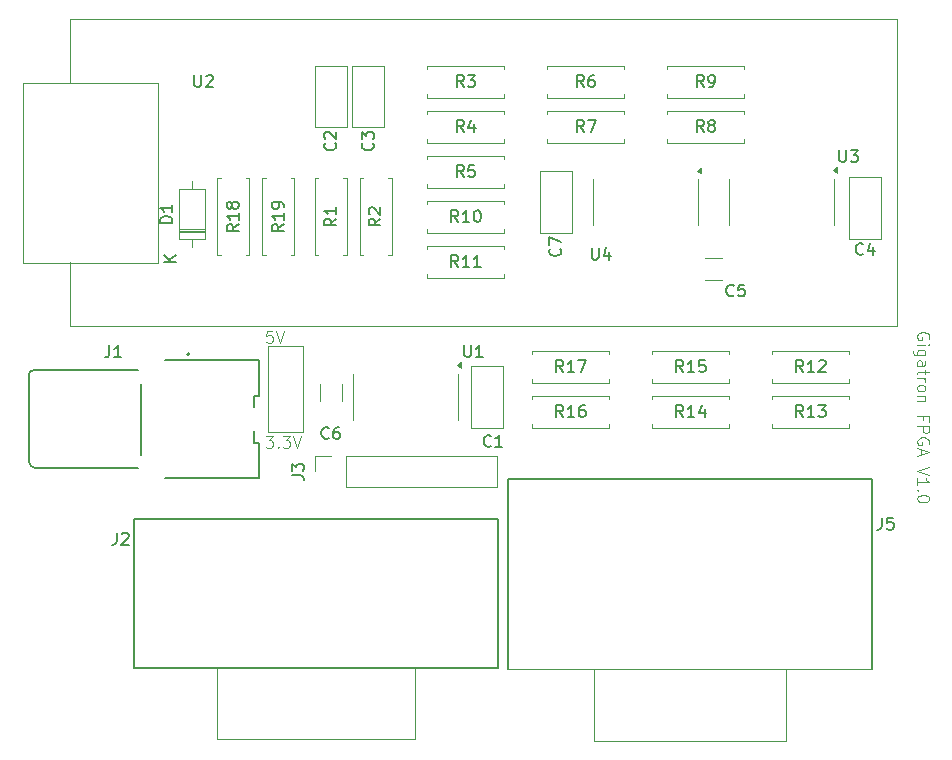
<source format=gbr>
%TF.GenerationSoftware,KiCad,Pcbnew,8.0.2*%
%TF.CreationDate,2024-05-19T15:43:29+02:00*%
%TF.ProjectId,schematic,73636865-6d61-4746-9963-2e6b69636164,rev?*%
%TF.SameCoordinates,Original*%
%TF.FileFunction,Legend,Top*%
%TF.FilePolarity,Positive*%
%FSLAX46Y46*%
G04 Gerber Fmt 4.6, Leading zero omitted, Abs format (unit mm)*
G04 Created by KiCad (PCBNEW 8.0.2) date 2024-05-19 15:43:29*
%MOMM*%
%LPD*%
G01*
G04 APERTURE LIST*
%ADD10C,0.100000*%
%ADD11C,0.150000*%
%ADD12C,0.120000*%
%ADD13C,0.127000*%
%ADD14C,0.200000*%
G04 APERTURE END LIST*
D10*
X122763646Y-127777419D02*
X123382693Y-127777419D01*
X123382693Y-127777419D02*
X123049360Y-128158371D01*
X123049360Y-128158371D02*
X123192217Y-128158371D01*
X123192217Y-128158371D02*
X123287455Y-128205990D01*
X123287455Y-128205990D02*
X123335074Y-128253609D01*
X123335074Y-128253609D02*
X123382693Y-128348847D01*
X123382693Y-128348847D02*
X123382693Y-128586942D01*
X123382693Y-128586942D02*
X123335074Y-128682180D01*
X123335074Y-128682180D02*
X123287455Y-128729800D01*
X123287455Y-128729800D02*
X123192217Y-128777419D01*
X123192217Y-128777419D02*
X122906503Y-128777419D01*
X122906503Y-128777419D02*
X122811265Y-128729800D01*
X122811265Y-128729800D02*
X122763646Y-128682180D01*
X123811265Y-128682180D02*
X123858884Y-128729800D01*
X123858884Y-128729800D02*
X123811265Y-128777419D01*
X123811265Y-128777419D02*
X123763646Y-128729800D01*
X123763646Y-128729800D02*
X123811265Y-128682180D01*
X123811265Y-128682180D02*
X123811265Y-128777419D01*
X124192217Y-127777419D02*
X124811264Y-127777419D01*
X124811264Y-127777419D02*
X124477931Y-128158371D01*
X124477931Y-128158371D02*
X124620788Y-128158371D01*
X124620788Y-128158371D02*
X124716026Y-128205990D01*
X124716026Y-128205990D02*
X124763645Y-128253609D01*
X124763645Y-128253609D02*
X124811264Y-128348847D01*
X124811264Y-128348847D02*
X124811264Y-128586942D01*
X124811264Y-128586942D02*
X124763645Y-128682180D01*
X124763645Y-128682180D02*
X124716026Y-128729800D01*
X124716026Y-128729800D02*
X124620788Y-128777419D01*
X124620788Y-128777419D02*
X124335074Y-128777419D01*
X124335074Y-128777419D02*
X124239836Y-128729800D01*
X124239836Y-128729800D02*
X124192217Y-128682180D01*
X125096979Y-127777419D02*
X125430312Y-128777419D01*
X125430312Y-128777419D02*
X125763645Y-127777419D01*
X178879961Y-119572693D02*
X178927580Y-119477455D01*
X178927580Y-119477455D02*
X178927580Y-119334598D01*
X178927580Y-119334598D02*
X178879961Y-119191741D01*
X178879961Y-119191741D02*
X178784723Y-119096503D01*
X178784723Y-119096503D02*
X178689485Y-119048884D01*
X178689485Y-119048884D02*
X178499009Y-119001265D01*
X178499009Y-119001265D02*
X178356152Y-119001265D01*
X178356152Y-119001265D02*
X178165676Y-119048884D01*
X178165676Y-119048884D02*
X178070438Y-119096503D01*
X178070438Y-119096503D02*
X177975200Y-119191741D01*
X177975200Y-119191741D02*
X177927580Y-119334598D01*
X177927580Y-119334598D02*
X177927580Y-119429836D01*
X177927580Y-119429836D02*
X177975200Y-119572693D01*
X177975200Y-119572693D02*
X178022819Y-119620312D01*
X178022819Y-119620312D02*
X178356152Y-119620312D01*
X178356152Y-119620312D02*
X178356152Y-119429836D01*
X177927580Y-120048884D02*
X178594247Y-120048884D01*
X178927580Y-120048884D02*
X178879961Y-120001265D01*
X178879961Y-120001265D02*
X178832342Y-120048884D01*
X178832342Y-120048884D02*
X178879961Y-120096503D01*
X178879961Y-120096503D02*
X178927580Y-120048884D01*
X178927580Y-120048884D02*
X178832342Y-120048884D01*
X178594247Y-120953645D02*
X177784723Y-120953645D01*
X177784723Y-120953645D02*
X177689485Y-120906026D01*
X177689485Y-120906026D02*
X177641866Y-120858407D01*
X177641866Y-120858407D02*
X177594247Y-120763169D01*
X177594247Y-120763169D02*
X177594247Y-120620312D01*
X177594247Y-120620312D02*
X177641866Y-120525074D01*
X177975200Y-120953645D02*
X177927580Y-120858407D01*
X177927580Y-120858407D02*
X177927580Y-120667931D01*
X177927580Y-120667931D02*
X177975200Y-120572693D01*
X177975200Y-120572693D02*
X178022819Y-120525074D01*
X178022819Y-120525074D02*
X178118057Y-120477455D01*
X178118057Y-120477455D02*
X178403771Y-120477455D01*
X178403771Y-120477455D02*
X178499009Y-120525074D01*
X178499009Y-120525074D02*
X178546628Y-120572693D01*
X178546628Y-120572693D02*
X178594247Y-120667931D01*
X178594247Y-120667931D02*
X178594247Y-120858407D01*
X178594247Y-120858407D02*
X178546628Y-120953645D01*
X177927580Y-121858407D02*
X178451390Y-121858407D01*
X178451390Y-121858407D02*
X178546628Y-121810788D01*
X178546628Y-121810788D02*
X178594247Y-121715550D01*
X178594247Y-121715550D02*
X178594247Y-121525074D01*
X178594247Y-121525074D02*
X178546628Y-121429836D01*
X177975200Y-121858407D02*
X177927580Y-121763169D01*
X177927580Y-121763169D02*
X177927580Y-121525074D01*
X177927580Y-121525074D02*
X177975200Y-121429836D01*
X177975200Y-121429836D02*
X178070438Y-121382217D01*
X178070438Y-121382217D02*
X178165676Y-121382217D01*
X178165676Y-121382217D02*
X178260914Y-121429836D01*
X178260914Y-121429836D02*
X178308533Y-121525074D01*
X178308533Y-121525074D02*
X178308533Y-121763169D01*
X178308533Y-121763169D02*
X178356152Y-121858407D01*
X178594247Y-122191741D02*
X178594247Y-122572693D01*
X178927580Y-122334598D02*
X178070438Y-122334598D01*
X178070438Y-122334598D02*
X177975200Y-122382217D01*
X177975200Y-122382217D02*
X177927580Y-122477455D01*
X177927580Y-122477455D02*
X177927580Y-122572693D01*
X177927580Y-122906027D02*
X178594247Y-122906027D01*
X178403771Y-122906027D02*
X178499009Y-122953646D01*
X178499009Y-122953646D02*
X178546628Y-123001265D01*
X178546628Y-123001265D02*
X178594247Y-123096503D01*
X178594247Y-123096503D02*
X178594247Y-123191741D01*
X177927580Y-123667932D02*
X177975200Y-123572694D01*
X177975200Y-123572694D02*
X178022819Y-123525075D01*
X178022819Y-123525075D02*
X178118057Y-123477456D01*
X178118057Y-123477456D02*
X178403771Y-123477456D01*
X178403771Y-123477456D02*
X178499009Y-123525075D01*
X178499009Y-123525075D02*
X178546628Y-123572694D01*
X178546628Y-123572694D02*
X178594247Y-123667932D01*
X178594247Y-123667932D02*
X178594247Y-123810789D01*
X178594247Y-123810789D02*
X178546628Y-123906027D01*
X178546628Y-123906027D02*
X178499009Y-123953646D01*
X178499009Y-123953646D02*
X178403771Y-124001265D01*
X178403771Y-124001265D02*
X178118057Y-124001265D01*
X178118057Y-124001265D02*
X178022819Y-123953646D01*
X178022819Y-123953646D02*
X177975200Y-123906027D01*
X177975200Y-123906027D02*
X177927580Y-123810789D01*
X177927580Y-123810789D02*
X177927580Y-123667932D01*
X178594247Y-124429837D02*
X177927580Y-124429837D01*
X178499009Y-124429837D02*
X178546628Y-124477456D01*
X178546628Y-124477456D02*
X178594247Y-124572694D01*
X178594247Y-124572694D02*
X178594247Y-124715551D01*
X178594247Y-124715551D02*
X178546628Y-124810789D01*
X178546628Y-124810789D02*
X178451390Y-124858408D01*
X178451390Y-124858408D02*
X177927580Y-124858408D01*
X178451390Y-126429837D02*
X178451390Y-126096504D01*
X177927580Y-126096504D02*
X178927580Y-126096504D01*
X178927580Y-126096504D02*
X178927580Y-126572694D01*
X177927580Y-126953647D02*
X178927580Y-126953647D01*
X178927580Y-126953647D02*
X178927580Y-127334599D01*
X178927580Y-127334599D02*
X178879961Y-127429837D01*
X178879961Y-127429837D02*
X178832342Y-127477456D01*
X178832342Y-127477456D02*
X178737104Y-127525075D01*
X178737104Y-127525075D02*
X178594247Y-127525075D01*
X178594247Y-127525075D02*
X178499009Y-127477456D01*
X178499009Y-127477456D02*
X178451390Y-127429837D01*
X178451390Y-127429837D02*
X178403771Y-127334599D01*
X178403771Y-127334599D02*
X178403771Y-126953647D01*
X178879961Y-128477456D02*
X178927580Y-128382218D01*
X178927580Y-128382218D02*
X178927580Y-128239361D01*
X178927580Y-128239361D02*
X178879961Y-128096504D01*
X178879961Y-128096504D02*
X178784723Y-128001266D01*
X178784723Y-128001266D02*
X178689485Y-127953647D01*
X178689485Y-127953647D02*
X178499009Y-127906028D01*
X178499009Y-127906028D02*
X178356152Y-127906028D01*
X178356152Y-127906028D02*
X178165676Y-127953647D01*
X178165676Y-127953647D02*
X178070438Y-128001266D01*
X178070438Y-128001266D02*
X177975200Y-128096504D01*
X177975200Y-128096504D02*
X177927580Y-128239361D01*
X177927580Y-128239361D02*
X177927580Y-128334599D01*
X177927580Y-128334599D02*
X177975200Y-128477456D01*
X177975200Y-128477456D02*
X178022819Y-128525075D01*
X178022819Y-128525075D02*
X178356152Y-128525075D01*
X178356152Y-128525075D02*
X178356152Y-128334599D01*
X178213295Y-128906028D02*
X178213295Y-129382218D01*
X177927580Y-128810790D02*
X178927580Y-129144123D01*
X178927580Y-129144123D02*
X177927580Y-129477456D01*
X178927580Y-130429838D02*
X177927580Y-130763171D01*
X177927580Y-130763171D02*
X178927580Y-131096504D01*
X177927580Y-131953647D02*
X177927580Y-131382219D01*
X177927580Y-131667933D02*
X178927580Y-131667933D01*
X178927580Y-131667933D02*
X178784723Y-131572695D01*
X178784723Y-131572695D02*
X178689485Y-131477457D01*
X178689485Y-131477457D02*
X178641866Y-131382219D01*
X178022819Y-132382219D02*
X177975200Y-132429838D01*
X177975200Y-132429838D02*
X177927580Y-132382219D01*
X177927580Y-132382219D02*
X177975200Y-132334600D01*
X177975200Y-132334600D02*
X178022819Y-132382219D01*
X178022819Y-132382219D02*
X177927580Y-132382219D01*
X178927580Y-133048885D02*
X178927580Y-133144123D01*
X178927580Y-133144123D02*
X178879961Y-133239361D01*
X178879961Y-133239361D02*
X178832342Y-133286980D01*
X178832342Y-133286980D02*
X178737104Y-133334599D01*
X178737104Y-133334599D02*
X178546628Y-133382218D01*
X178546628Y-133382218D02*
X178308533Y-133382218D01*
X178308533Y-133382218D02*
X178118057Y-133334599D01*
X178118057Y-133334599D02*
X178022819Y-133286980D01*
X178022819Y-133286980D02*
X177975200Y-133239361D01*
X177975200Y-133239361D02*
X177927580Y-133144123D01*
X177927580Y-133144123D02*
X177927580Y-133048885D01*
X177927580Y-133048885D02*
X177975200Y-132953647D01*
X177975200Y-132953647D02*
X178022819Y-132906028D01*
X178022819Y-132906028D02*
X178118057Y-132858409D01*
X178118057Y-132858409D02*
X178308533Y-132810790D01*
X178308533Y-132810790D02*
X178546628Y-132810790D01*
X178546628Y-132810790D02*
X178737104Y-132858409D01*
X178737104Y-132858409D02*
X178832342Y-132906028D01*
X178832342Y-132906028D02*
X178879961Y-132953647D01*
X178879961Y-132953647D02*
X178927580Y-133048885D01*
X123335074Y-118887419D02*
X122858884Y-118887419D01*
X122858884Y-118887419D02*
X122811265Y-119363609D01*
X122811265Y-119363609D02*
X122858884Y-119315990D01*
X122858884Y-119315990D02*
X122954122Y-119268371D01*
X122954122Y-119268371D02*
X123192217Y-119268371D01*
X123192217Y-119268371D02*
X123287455Y-119315990D01*
X123287455Y-119315990D02*
X123335074Y-119363609D01*
X123335074Y-119363609D02*
X123382693Y-119458847D01*
X123382693Y-119458847D02*
X123382693Y-119696942D01*
X123382693Y-119696942D02*
X123335074Y-119792180D01*
X123335074Y-119792180D02*
X123287455Y-119839800D01*
X123287455Y-119839800D02*
X123192217Y-119887419D01*
X123192217Y-119887419D02*
X122954122Y-119887419D01*
X122954122Y-119887419D02*
X122858884Y-119839800D01*
X122858884Y-119839800D02*
X122811265Y-119792180D01*
X123668408Y-118887419D02*
X124001741Y-119887419D01*
X124001741Y-119887419D02*
X124335074Y-118887419D01*
D11*
X141833333Y-128609580D02*
X141785714Y-128657200D01*
X141785714Y-128657200D02*
X141642857Y-128704819D01*
X141642857Y-128704819D02*
X141547619Y-128704819D01*
X141547619Y-128704819D02*
X141404762Y-128657200D01*
X141404762Y-128657200D02*
X141309524Y-128561961D01*
X141309524Y-128561961D02*
X141261905Y-128466723D01*
X141261905Y-128466723D02*
X141214286Y-128276247D01*
X141214286Y-128276247D02*
X141214286Y-128133390D01*
X141214286Y-128133390D02*
X141261905Y-127942914D01*
X141261905Y-127942914D02*
X141309524Y-127847676D01*
X141309524Y-127847676D02*
X141404762Y-127752438D01*
X141404762Y-127752438D02*
X141547619Y-127704819D01*
X141547619Y-127704819D02*
X141642857Y-127704819D01*
X141642857Y-127704819D02*
X141785714Y-127752438D01*
X141785714Y-127752438D02*
X141833333Y-127800057D01*
X142785714Y-128704819D02*
X142214286Y-128704819D01*
X142500000Y-128704819D02*
X142500000Y-127704819D01*
X142500000Y-127704819D02*
X142404762Y-127847676D01*
X142404762Y-127847676D02*
X142309524Y-127942914D01*
X142309524Y-127942914D02*
X142214286Y-127990533D01*
X173333333Y-112359580D02*
X173285714Y-112407200D01*
X173285714Y-112407200D02*
X173142857Y-112454819D01*
X173142857Y-112454819D02*
X173047619Y-112454819D01*
X173047619Y-112454819D02*
X172904762Y-112407200D01*
X172904762Y-112407200D02*
X172809524Y-112311961D01*
X172809524Y-112311961D02*
X172761905Y-112216723D01*
X172761905Y-112216723D02*
X172714286Y-112026247D01*
X172714286Y-112026247D02*
X172714286Y-111883390D01*
X172714286Y-111883390D02*
X172761905Y-111692914D01*
X172761905Y-111692914D02*
X172809524Y-111597676D01*
X172809524Y-111597676D02*
X172904762Y-111502438D01*
X172904762Y-111502438D02*
X173047619Y-111454819D01*
X173047619Y-111454819D02*
X173142857Y-111454819D01*
X173142857Y-111454819D02*
X173285714Y-111502438D01*
X173285714Y-111502438D02*
X173333333Y-111550057D01*
X174190476Y-111788152D02*
X174190476Y-112454819D01*
X173952381Y-111407200D02*
X173714286Y-112121485D01*
X173714286Y-112121485D02*
X174333333Y-112121485D01*
X114834819Y-109738094D02*
X113834819Y-109738094D01*
X113834819Y-109738094D02*
X113834819Y-109499999D01*
X113834819Y-109499999D02*
X113882438Y-109357142D01*
X113882438Y-109357142D02*
X113977676Y-109261904D01*
X113977676Y-109261904D02*
X114072914Y-109214285D01*
X114072914Y-109214285D02*
X114263390Y-109166666D01*
X114263390Y-109166666D02*
X114406247Y-109166666D01*
X114406247Y-109166666D02*
X114596723Y-109214285D01*
X114596723Y-109214285D02*
X114691961Y-109261904D01*
X114691961Y-109261904D02*
X114787200Y-109357142D01*
X114787200Y-109357142D02*
X114834819Y-109499999D01*
X114834819Y-109499999D02*
X114834819Y-109738094D01*
X114834819Y-108214285D02*
X114834819Y-108785713D01*
X114834819Y-108499999D02*
X113834819Y-108499999D01*
X113834819Y-108499999D02*
X113977676Y-108595237D01*
X113977676Y-108595237D02*
X114072914Y-108690475D01*
X114072914Y-108690475D02*
X114120533Y-108785713D01*
X115154819Y-113071904D02*
X114154819Y-113071904D01*
X115154819Y-112500476D02*
X114583390Y-112929047D01*
X114154819Y-112500476D02*
X114726247Y-113071904D01*
X110156666Y-135979819D02*
X110156666Y-136694104D01*
X110156666Y-136694104D02*
X110109047Y-136836961D01*
X110109047Y-136836961D02*
X110013809Y-136932200D01*
X110013809Y-136932200D02*
X109870952Y-136979819D01*
X109870952Y-136979819D02*
X109775714Y-136979819D01*
X110585238Y-136075057D02*
X110632857Y-136027438D01*
X110632857Y-136027438D02*
X110728095Y-135979819D01*
X110728095Y-135979819D02*
X110966190Y-135979819D01*
X110966190Y-135979819D02*
X111061428Y-136027438D01*
X111061428Y-136027438D02*
X111109047Y-136075057D01*
X111109047Y-136075057D02*
X111156666Y-136170295D01*
X111156666Y-136170295D02*
X111156666Y-136265533D01*
X111156666Y-136265533D02*
X111109047Y-136408390D01*
X111109047Y-136408390D02*
X110537619Y-136979819D01*
X110537619Y-136979819D02*
X111156666Y-136979819D01*
X149693333Y-102054819D02*
X149360000Y-101578628D01*
X149121905Y-102054819D02*
X149121905Y-101054819D01*
X149121905Y-101054819D02*
X149502857Y-101054819D01*
X149502857Y-101054819D02*
X149598095Y-101102438D01*
X149598095Y-101102438D02*
X149645714Y-101150057D01*
X149645714Y-101150057D02*
X149693333Y-101245295D01*
X149693333Y-101245295D02*
X149693333Y-101388152D01*
X149693333Y-101388152D02*
X149645714Y-101483390D01*
X149645714Y-101483390D02*
X149598095Y-101531009D01*
X149598095Y-101531009D02*
X149502857Y-101578628D01*
X149502857Y-101578628D02*
X149121905Y-101578628D01*
X150026667Y-101054819D02*
X150693333Y-101054819D01*
X150693333Y-101054819D02*
X150264762Y-102054819D01*
X171323095Y-103594819D02*
X171323095Y-104404342D01*
X171323095Y-104404342D02*
X171370714Y-104499580D01*
X171370714Y-104499580D02*
X171418333Y-104547200D01*
X171418333Y-104547200D02*
X171513571Y-104594819D01*
X171513571Y-104594819D02*
X171704047Y-104594819D01*
X171704047Y-104594819D02*
X171799285Y-104547200D01*
X171799285Y-104547200D02*
X171846904Y-104499580D01*
X171846904Y-104499580D02*
X171894523Y-104404342D01*
X171894523Y-104404342D02*
X171894523Y-103594819D01*
X172275476Y-103594819D02*
X172894523Y-103594819D01*
X172894523Y-103594819D02*
X172561190Y-103975771D01*
X172561190Y-103975771D02*
X172704047Y-103975771D01*
X172704047Y-103975771D02*
X172799285Y-104023390D01*
X172799285Y-104023390D02*
X172846904Y-104071009D01*
X172846904Y-104071009D02*
X172894523Y-104166247D01*
X172894523Y-104166247D02*
X172894523Y-104404342D01*
X172894523Y-104404342D02*
X172846904Y-104499580D01*
X172846904Y-104499580D02*
X172799285Y-104547200D01*
X172799285Y-104547200D02*
X172704047Y-104594819D01*
X172704047Y-104594819D02*
X172418333Y-104594819D01*
X172418333Y-104594819D02*
X172323095Y-104547200D01*
X172323095Y-104547200D02*
X172275476Y-104499580D01*
X139533333Y-102054819D02*
X139200000Y-101578628D01*
X138961905Y-102054819D02*
X138961905Y-101054819D01*
X138961905Y-101054819D02*
X139342857Y-101054819D01*
X139342857Y-101054819D02*
X139438095Y-101102438D01*
X139438095Y-101102438D02*
X139485714Y-101150057D01*
X139485714Y-101150057D02*
X139533333Y-101245295D01*
X139533333Y-101245295D02*
X139533333Y-101388152D01*
X139533333Y-101388152D02*
X139485714Y-101483390D01*
X139485714Y-101483390D02*
X139438095Y-101531009D01*
X139438095Y-101531009D02*
X139342857Y-101578628D01*
X139342857Y-101578628D02*
X138961905Y-101578628D01*
X140390476Y-101388152D02*
X140390476Y-102054819D01*
X140152381Y-101007200D02*
X139914286Y-101721485D01*
X139914286Y-101721485D02*
X140533333Y-101721485D01*
X124279819Y-109862857D02*
X123803628Y-110196190D01*
X124279819Y-110434285D02*
X123279819Y-110434285D01*
X123279819Y-110434285D02*
X123279819Y-110053333D01*
X123279819Y-110053333D02*
X123327438Y-109958095D01*
X123327438Y-109958095D02*
X123375057Y-109910476D01*
X123375057Y-109910476D02*
X123470295Y-109862857D01*
X123470295Y-109862857D02*
X123613152Y-109862857D01*
X123613152Y-109862857D02*
X123708390Y-109910476D01*
X123708390Y-109910476D02*
X123756009Y-109958095D01*
X123756009Y-109958095D02*
X123803628Y-110053333D01*
X123803628Y-110053333D02*
X123803628Y-110434285D01*
X124279819Y-108910476D02*
X124279819Y-109481904D01*
X124279819Y-109196190D02*
X123279819Y-109196190D01*
X123279819Y-109196190D02*
X123422676Y-109291428D01*
X123422676Y-109291428D02*
X123517914Y-109386666D01*
X123517914Y-109386666D02*
X123565533Y-109481904D01*
X124279819Y-108434285D02*
X124279819Y-108243809D01*
X124279819Y-108243809D02*
X124232200Y-108148571D01*
X124232200Y-108148571D02*
X124184580Y-108100952D01*
X124184580Y-108100952D02*
X124041723Y-108005714D01*
X124041723Y-108005714D02*
X123851247Y-107958095D01*
X123851247Y-107958095D02*
X123470295Y-107958095D01*
X123470295Y-107958095D02*
X123375057Y-108005714D01*
X123375057Y-108005714D02*
X123327438Y-108053333D01*
X123327438Y-108053333D02*
X123279819Y-108148571D01*
X123279819Y-108148571D02*
X123279819Y-108339047D01*
X123279819Y-108339047D02*
X123327438Y-108434285D01*
X123327438Y-108434285D02*
X123375057Y-108481904D01*
X123375057Y-108481904D02*
X123470295Y-108529523D01*
X123470295Y-108529523D02*
X123708390Y-108529523D01*
X123708390Y-108529523D02*
X123803628Y-108481904D01*
X123803628Y-108481904D02*
X123851247Y-108434285D01*
X123851247Y-108434285D02*
X123898866Y-108339047D01*
X123898866Y-108339047D02*
X123898866Y-108148571D01*
X123898866Y-108148571D02*
X123851247Y-108053333D01*
X123851247Y-108053333D02*
X123803628Y-108005714D01*
X123803628Y-108005714D02*
X123708390Y-107958095D01*
X150368095Y-111849819D02*
X150368095Y-112659342D01*
X150368095Y-112659342D02*
X150415714Y-112754580D01*
X150415714Y-112754580D02*
X150463333Y-112802200D01*
X150463333Y-112802200D02*
X150558571Y-112849819D01*
X150558571Y-112849819D02*
X150749047Y-112849819D01*
X150749047Y-112849819D02*
X150844285Y-112802200D01*
X150844285Y-112802200D02*
X150891904Y-112754580D01*
X150891904Y-112754580D02*
X150939523Y-112659342D01*
X150939523Y-112659342D02*
X150939523Y-111849819D01*
X151844285Y-112183152D02*
X151844285Y-112849819D01*
X151606190Y-111802200D02*
X151368095Y-112516485D01*
X151368095Y-112516485D02*
X151987142Y-112516485D01*
X158107142Y-122374819D02*
X157773809Y-121898628D01*
X157535714Y-122374819D02*
X157535714Y-121374819D01*
X157535714Y-121374819D02*
X157916666Y-121374819D01*
X157916666Y-121374819D02*
X158011904Y-121422438D01*
X158011904Y-121422438D02*
X158059523Y-121470057D01*
X158059523Y-121470057D02*
X158107142Y-121565295D01*
X158107142Y-121565295D02*
X158107142Y-121708152D01*
X158107142Y-121708152D02*
X158059523Y-121803390D01*
X158059523Y-121803390D02*
X158011904Y-121851009D01*
X158011904Y-121851009D02*
X157916666Y-121898628D01*
X157916666Y-121898628D02*
X157535714Y-121898628D01*
X159059523Y-122374819D02*
X158488095Y-122374819D01*
X158773809Y-122374819D02*
X158773809Y-121374819D01*
X158773809Y-121374819D02*
X158678571Y-121517676D01*
X158678571Y-121517676D02*
X158583333Y-121612914D01*
X158583333Y-121612914D02*
X158488095Y-121660533D01*
X159964285Y-121374819D02*
X159488095Y-121374819D01*
X159488095Y-121374819D02*
X159440476Y-121851009D01*
X159440476Y-121851009D02*
X159488095Y-121803390D01*
X159488095Y-121803390D02*
X159583333Y-121755771D01*
X159583333Y-121755771D02*
X159821428Y-121755771D01*
X159821428Y-121755771D02*
X159916666Y-121803390D01*
X159916666Y-121803390D02*
X159964285Y-121851009D01*
X159964285Y-121851009D02*
X160011904Y-121946247D01*
X160011904Y-121946247D02*
X160011904Y-122184342D01*
X160011904Y-122184342D02*
X159964285Y-122279580D01*
X159964285Y-122279580D02*
X159916666Y-122327200D01*
X159916666Y-122327200D02*
X159821428Y-122374819D01*
X159821428Y-122374819D02*
X159583333Y-122374819D01*
X159583333Y-122374819D02*
X159488095Y-122327200D01*
X159488095Y-122327200D02*
X159440476Y-122279580D01*
X139533333Y-105864819D02*
X139200000Y-105388628D01*
X138961905Y-105864819D02*
X138961905Y-104864819D01*
X138961905Y-104864819D02*
X139342857Y-104864819D01*
X139342857Y-104864819D02*
X139438095Y-104912438D01*
X139438095Y-104912438D02*
X139485714Y-104960057D01*
X139485714Y-104960057D02*
X139533333Y-105055295D01*
X139533333Y-105055295D02*
X139533333Y-105198152D01*
X139533333Y-105198152D02*
X139485714Y-105293390D01*
X139485714Y-105293390D02*
X139438095Y-105341009D01*
X139438095Y-105341009D02*
X139342857Y-105388628D01*
X139342857Y-105388628D02*
X138961905Y-105388628D01*
X140438095Y-104864819D02*
X139961905Y-104864819D01*
X139961905Y-104864819D02*
X139914286Y-105341009D01*
X139914286Y-105341009D02*
X139961905Y-105293390D01*
X139961905Y-105293390D02*
X140057143Y-105245771D01*
X140057143Y-105245771D02*
X140295238Y-105245771D01*
X140295238Y-105245771D02*
X140390476Y-105293390D01*
X140390476Y-105293390D02*
X140438095Y-105341009D01*
X140438095Y-105341009D02*
X140485714Y-105436247D01*
X140485714Y-105436247D02*
X140485714Y-105674342D01*
X140485714Y-105674342D02*
X140438095Y-105769580D01*
X140438095Y-105769580D02*
X140390476Y-105817200D01*
X140390476Y-105817200D02*
X140295238Y-105864819D01*
X140295238Y-105864819D02*
X140057143Y-105864819D01*
X140057143Y-105864819D02*
X139961905Y-105817200D01*
X139961905Y-105817200D02*
X139914286Y-105769580D01*
X116713095Y-97244819D02*
X116713095Y-98054342D01*
X116713095Y-98054342D02*
X116760714Y-98149580D01*
X116760714Y-98149580D02*
X116808333Y-98197200D01*
X116808333Y-98197200D02*
X116903571Y-98244819D01*
X116903571Y-98244819D02*
X117094047Y-98244819D01*
X117094047Y-98244819D02*
X117189285Y-98197200D01*
X117189285Y-98197200D02*
X117236904Y-98149580D01*
X117236904Y-98149580D02*
X117284523Y-98054342D01*
X117284523Y-98054342D02*
X117284523Y-97244819D01*
X117713095Y-97340057D02*
X117760714Y-97292438D01*
X117760714Y-97292438D02*
X117855952Y-97244819D01*
X117855952Y-97244819D02*
X118094047Y-97244819D01*
X118094047Y-97244819D02*
X118189285Y-97292438D01*
X118189285Y-97292438D02*
X118236904Y-97340057D01*
X118236904Y-97340057D02*
X118284523Y-97435295D01*
X118284523Y-97435295D02*
X118284523Y-97530533D01*
X118284523Y-97530533D02*
X118236904Y-97673390D01*
X118236904Y-97673390D02*
X117665476Y-98244819D01*
X117665476Y-98244819D02*
X118284523Y-98244819D01*
X124979819Y-131118333D02*
X125694104Y-131118333D01*
X125694104Y-131118333D02*
X125836961Y-131165952D01*
X125836961Y-131165952D02*
X125932200Y-131261190D01*
X125932200Y-131261190D02*
X125979819Y-131404047D01*
X125979819Y-131404047D02*
X125979819Y-131499285D01*
X124979819Y-130737380D02*
X124979819Y-130118333D01*
X124979819Y-130118333D02*
X125360771Y-130451666D01*
X125360771Y-130451666D02*
X125360771Y-130308809D01*
X125360771Y-130308809D02*
X125408390Y-130213571D01*
X125408390Y-130213571D02*
X125456009Y-130165952D01*
X125456009Y-130165952D02*
X125551247Y-130118333D01*
X125551247Y-130118333D02*
X125789342Y-130118333D01*
X125789342Y-130118333D02*
X125884580Y-130165952D01*
X125884580Y-130165952D02*
X125932200Y-130213571D01*
X125932200Y-130213571D02*
X125979819Y-130308809D01*
X125979819Y-130308809D02*
X125979819Y-130594523D01*
X125979819Y-130594523D02*
X125932200Y-130689761D01*
X125932200Y-130689761D02*
X125884580Y-130737380D01*
X147947142Y-126184819D02*
X147613809Y-125708628D01*
X147375714Y-126184819D02*
X147375714Y-125184819D01*
X147375714Y-125184819D02*
X147756666Y-125184819D01*
X147756666Y-125184819D02*
X147851904Y-125232438D01*
X147851904Y-125232438D02*
X147899523Y-125280057D01*
X147899523Y-125280057D02*
X147947142Y-125375295D01*
X147947142Y-125375295D02*
X147947142Y-125518152D01*
X147947142Y-125518152D02*
X147899523Y-125613390D01*
X147899523Y-125613390D02*
X147851904Y-125661009D01*
X147851904Y-125661009D02*
X147756666Y-125708628D01*
X147756666Y-125708628D02*
X147375714Y-125708628D01*
X148899523Y-126184819D02*
X148328095Y-126184819D01*
X148613809Y-126184819D02*
X148613809Y-125184819D01*
X148613809Y-125184819D02*
X148518571Y-125327676D01*
X148518571Y-125327676D02*
X148423333Y-125422914D01*
X148423333Y-125422914D02*
X148328095Y-125470533D01*
X149756666Y-125184819D02*
X149566190Y-125184819D01*
X149566190Y-125184819D02*
X149470952Y-125232438D01*
X149470952Y-125232438D02*
X149423333Y-125280057D01*
X149423333Y-125280057D02*
X149328095Y-125422914D01*
X149328095Y-125422914D02*
X149280476Y-125613390D01*
X149280476Y-125613390D02*
X149280476Y-125994342D01*
X149280476Y-125994342D02*
X149328095Y-126089580D01*
X149328095Y-126089580D02*
X149375714Y-126137200D01*
X149375714Y-126137200D02*
X149470952Y-126184819D01*
X149470952Y-126184819D02*
X149661428Y-126184819D01*
X149661428Y-126184819D02*
X149756666Y-126137200D01*
X149756666Y-126137200D02*
X149804285Y-126089580D01*
X149804285Y-126089580D02*
X149851904Y-125994342D01*
X149851904Y-125994342D02*
X149851904Y-125756247D01*
X149851904Y-125756247D02*
X149804285Y-125661009D01*
X149804285Y-125661009D02*
X149756666Y-125613390D01*
X149756666Y-125613390D02*
X149661428Y-125565771D01*
X149661428Y-125565771D02*
X149470952Y-125565771D01*
X149470952Y-125565771D02*
X149375714Y-125613390D01*
X149375714Y-125613390D02*
X149328095Y-125661009D01*
X149328095Y-125661009D02*
X149280476Y-125756247D01*
X168267142Y-126184819D02*
X167933809Y-125708628D01*
X167695714Y-126184819D02*
X167695714Y-125184819D01*
X167695714Y-125184819D02*
X168076666Y-125184819D01*
X168076666Y-125184819D02*
X168171904Y-125232438D01*
X168171904Y-125232438D02*
X168219523Y-125280057D01*
X168219523Y-125280057D02*
X168267142Y-125375295D01*
X168267142Y-125375295D02*
X168267142Y-125518152D01*
X168267142Y-125518152D02*
X168219523Y-125613390D01*
X168219523Y-125613390D02*
X168171904Y-125661009D01*
X168171904Y-125661009D02*
X168076666Y-125708628D01*
X168076666Y-125708628D02*
X167695714Y-125708628D01*
X169219523Y-126184819D02*
X168648095Y-126184819D01*
X168933809Y-126184819D02*
X168933809Y-125184819D01*
X168933809Y-125184819D02*
X168838571Y-125327676D01*
X168838571Y-125327676D02*
X168743333Y-125422914D01*
X168743333Y-125422914D02*
X168648095Y-125470533D01*
X169552857Y-125184819D02*
X170171904Y-125184819D01*
X170171904Y-125184819D02*
X169838571Y-125565771D01*
X169838571Y-125565771D02*
X169981428Y-125565771D01*
X169981428Y-125565771D02*
X170076666Y-125613390D01*
X170076666Y-125613390D02*
X170124285Y-125661009D01*
X170124285Y-125661009D02*
X170171904Y-125756247D01*
X170171904Y-125756247D02*
X170171904Y-125994342D01*
X170171904Y-125994342D02*
X170124285Y-126089580D01*
X170124285Y-126089580D02*
X170076666Y-126137200D01*
X170076666Y-126137200D02*
X169981428Y-126184819D01*
X169981428Y-126184819D02*
X169695714Y-126184819D01*
X169695714Y-126184819D02*
X169600476Y-126137200D01*
X169600476Y-126137200D02*
X169552857Y-126089580D01*
X128724819Y-109386666D02*
X128248628Y-109719999D01*
X128724819Y-109958094D02*
X127724819Y-109958094D01*
X127724819Y-109958094D02*
X127724819Y-109577142D01*
X127724819Y-109577142D02*
X127772438Y-109481904D01*
X127772438Y-109481904D02*
X127820057Y-109434285D01*
X127820057Y-109434285D02*
X127915295Y-109386666D01*
X127915295Y-109386666D02*
X128058152Y-109386666D01*
X128058152Y-109386666D02*
X128153390Y-109434285D01*
X128153390Y-109434285D02*
X128201009Y-109481904D01*
X128201009Y-109481904D02*
X128248628Y-109577142D01*
X128248628Y-109577142D02*
X128248628Y-109958094D01*
X128724819Y-108434285D02*
X128724819Y-109005713D01*
X128724819Y-108719999D02*
X127724819Y-108719999D01*
X127724819Y-108719999D02*
X127867676Y-108815237D01*
X127867676Y-108815237D02*
X127962914Y-108910475D01*
X127962914Y-108910475D02*
X128010533Y-109005713D01*
X128103333Y-127944580D02*
X128055714Y-127992200D01*
X128055714Y-127992200D02*
X127912857Y-128039819D01*
X127912857Y-128039819D02*
X127817619Y-128039819D01*
X127817619Y-128039819D02*
X127674762Y-127992200D01*
X127674762Y-127992200D02*
X127579524Y-127896961D01*
X127579524Y-127896961D02*
X127531905Y-127801723D01*
X127531905Y-127801723D02*
X127484286Y-127611247D01*
X127484286Y-127611247D02*
X127484286Y-127468390D01*
X127484286Y-127468390D02*
X127531905Y-127277914D01*
X127531905Y-127277914D02*
X127579524Y-127182676D01*
X127579524Y-127182676D02*
X127674762Y-127087438D01*
X127674762Y-127087438D02*
X127817619Y-127039819D01*
X127817619Y-127039819D02*
X127912857Y-127039819D01*
X127912857Y-127039819D02*
X128055714Y-127087438D01*
X128055714Y-127087438D02*
X128103333Y-127135057D01*
X128960476Y-127039819D02*
X128770000Y-127039819D01*
X128770000Y-127039819D02*
X128674762Y-127087438D01*
X128674762Y-127087438D02*
X128627143Y-127135057D01*
X128627143Y-127135057D02*
X128531905Y-127277914D01*
X128531905Y-127277914D02*
X128484286Y-127468390D01*
X128484286Y-127468390D02*
X128484286Y-127849342D01*
X128484286Y-127849342D02*
X128531905Y-127944580D01*
X128531905Y-127944580D02*
X128579524Y-127992200D01*
X128579524Y-127992200D02*
X128674762Y-128039819D01*
X128674762Y-128039819D02*
X128865238Y-128039819D01*
X128865238Y-128039819D02*
X128960476Y-127992200D01*
X128960476Y-127992200D02*
X129008095Y-127944580D01*
X129008095Y-127944580D02*
X129055714Y-127849342D01*
X129055714Y-127849342D02*
X129055714Y-127611247D01*
X129055714Y-127611247D02*
X129008095Y-127516009D01*
X129008095Y-127516009D02*
X128960476Y-127468390D01*
X128960476Y-127468390D02*
X128865238Y-127420771D01*
X128865238Y-127420771D02*
X128674762Y-127420771D01*
X128674762Y-127420771D02*
X128579524Y-127468390D01*
X128579524Y-127468390D02*
X128531905Y-127516009D01*
X128531905Y-127516009D02*
X128484286Y-127611247D01*
X109518932Y-120100410D02*
X109518932Y-120820557D01*
X109518932Y-120820557D02*
X109470922Y-120964586D01*
X109470922Y-120964586D02*
X109374903Y-121060606D01*
X109374903Y-121060606D02*
X109230873Y-121108615D01*
X109230873Y-121108615D02*
X109134854Y-121108615D01*
X110527137Y-121108615D02*
X109951020Y-121108615D01*
X110239078Y-121108615D02*
X110239078Y-120100410D01*
X110239078Y-120100410D02*
X110143059Y-120244440D01*
X110143059Y-120244440D02*
X110047039Y-120340459D01*
X110047039Y-120340459D02*
X109951020Y-120388469D01*
X174926666Y-134709819D02*
X174926666Y-135424104D01*
X174926666Y-135424104D02*
X174879047Y-135566961D01*
X174879047Y-135566961D02*
X174783809Y-135662200D01*
X174783809Y-135662200D02*
X174640952Y-135709819D01*
X174640952Y-135709819D02*
X174545714Y-135709819D01*
X175879047Y-134709819D02*
X175402857Y-134709819D01*
X175402857Y-134709819D02*
X175355238Y-135186009D01*
X175355238Y-135186009D02*
X175402857Y-135138390D01*
X175402857Y-135138390D02*
X175498095Y-135090771D01*
X175498095Y-135090771D02*
X175736190Y-135090771D01*
X175736190Y-135090771D02*
X175831428Y-135138390D01*
X175831428Y-135138390D02*
X175879047Y-135186009D01*
X175879047Y-135186009D02*
X175926666Y-135281247D01*
X175926666Y-135281247D02*
X175926666Y-135519342D01*
X175926666Y-135519342D02*
X175879047Y-135614580D01*
X175879047Y-135614580D02*
X175831428Y-135662200D01*
X175831428Y-135662200D02*
X175736190Y-135709819D01*
X175736190Y-135709819D02*
X175498095Y-135709819D01*
X175498095Y-135709819D02*
X175402857Y-135662200D01*
X175402857Y-135662200D02*
X175355238Y-135614580D01*
X159853333Y-98244819D02*
X159520000Y-97768628D01*
X159281905Y-98244819D02*
X159281905Y-97244819D01*
X159281905Y-97244819D02*
X159662857Y-97244819D01*
X159662857Y-97244819D02*
X159758095Y-97292438D01*
X159758095Y-97292438D02*
X159805714Y-97340057D01*
X159805714Y-97340057D02*
X159853333Y-97435295D01*
X159853333Y-97435295D02*
X159853333Y-97578152D01*
X159853333Y-97578152D02*
X159805714Y-97673390D01*
X159805714Y-97673390D02*
X159758095Y-97721009D01*
X159758095Y-97721009D02*
X159662857Y-97768628D01*
X159662857Y-97768628D02*
X159281905Y-97768628D01*
X160329524Y-98244819D02*
X160520000Y-98244819D01*
X160520000Y-98244819D02*
X160615238Y-98197200D01*
X160615238Y-98197200D02*
X160662857Y-98149580D01*
X160662857Y-98149580D02*
X160758095Y-98006723D01*
X160758095Y-98006723D02*
X160805714Y-97816247D01*
X160805714Y-97816247D02*
X160805714Y-97435295D01*
X160805714Y-97435295D02*
X160758095Y-97340057D01*
X160758095Y-97340057D02*
X160710476Y-97292438D01*
X160710476Y-97292438D02*
X160615238Y-97244819D01*
X160615238Y-97244819D02*
X160424762Y-97244819D01*
X160424762Y-97244819D02*
X160329524Y-97292438D01*
X160329524Y-97292438D02*
X160281905Y-97340057D01*
X160281905Y-97340057D02*
X160234286Y-97435295D01*
X160234286Y-97435295D02*
X160234286Y-97673390D01*
X160234286Y-97673390D02*
X160281905Y-97768628D01*
X160281905Y-97768628D02*
X160329524Y-97816247D01*
X160329524Y-97816247D02*
X160424762Y-97863866D01*
X160424762Y-97863866D02*
X160615238Y-97863866D01*
X160615238Y-97863866D02*
X160710476Y-97816247D01*
X160710476Y-97816247D02*
X160758095Y-97768628D01*
X160758095Y-97768628D02*
X160805714Y-97673390D01*
X139533333Y-98244819D02*
X139200000Y-97768628D01*
X138961905Y-98244819D02*
X138961905Y-97244819D01*
X138961905Y-97244819D02*
X139342857Y-97244819D01*
X139342857Y-97244819D02*
X139438095Y-97292438D01*
X139438095Y-97292438D02*
X139485714Y-97340057D01*
X139485714Y-97340057D02*
X139533333Y-97435295D01*
X139533333Y-97435295D02*
X139533333Y-97578152D01*
X139533333Y-97578152D02*
X139485714Y-97673390D01*
X139485714Y-97673390D02*
X139438095Y-97721009D01*
X139438095Y-97721009D02*
X139342857Y-97768628D01*
X139342857Y-97768628D02*
X138961905Y-97768628D01*
X139866667Y-97244819D02*
X140485714Y-97244819D01*
X140485714Y-97244819D02*
X140152381Y-97625771D01*
X140152381Y-97625771D02*
X140295238Y-97625771D01*
X140295238Y-97625771D02*
X140390476Y-97673390D01*
X140390476Y-97673390D02*
X140438095Y-97721009D01*
X140438095Y-97721009D02*
X140485714Y-97816247D01*
X140485714Y-97816247D02*
X140485714Y-98054342D01*
X140485714Y-98054342D02*
X140438095Y-98149580D01*
X140438095Y-98149580D02*
X140390476Y-98197200D01*
X140390476Y-98197200D02*
X140295238Y-98244819D01*
X140295238Y-98244819D02*
X140009524Y-98244819D01*
X140009524Y-98244819D02*
X139914286Y-98197200D01*
X139914286Y-98197200D02*
X139866667Y-98149580D01*
X149693333Y-98244819D02*
X149360000Y-97768628D01*
X149121905Y-98244819D02*
X149121905Y-97244819D01*
X149121905Y-97244819D02*
X149502857Y-97244819D01*
X149502857Y-97244819D02*
X149598095Y-97292438D01*
X149598095Y-97292438D02*
X149645714Y-97340057D01*
X149645714Y-97340057D02*
X149693333Y-97435295D01*
X149693333Y-97435295D02*
X149693333Y-97578152D01*
X149693333Y-97578152D02*
X149645714Y-97673390D01*
X149645714Y-97673390D02*
X149598095Y-97721009D01*
X149598095Y-97721009D02*
X149502857Y-97768628D01*
X149502857Y-97768628D02*
X149121905Y-97768628D01*
X150550476Y-97244819D02*
X150360000Y-97244819D01*
X150360000Y-97244819D02*
X150264762Y-97292438D01*
X150264762Y-97292438D02*
X150217143Y-97340057D01*
X150217143Y-97340057D02*
X150121905Y-97482914D01*
X150121905Y-97482914D02*
X150074286Y-97673390D01*
X150074286Y-97673390D02*
X150074286Y-98054342D01*
X150074286Y-98054342D02*
X150121905Y-98149580D01*
X150121905Y-98149580D02*
X150169524Y-98197200D01*
X150169524Y-98197200D02*
X150264762Y-98244819D01*
X150264762Y-98244819D02*
X150455238Y-98244819D01*
X150455238Y-98244819D02*
X150550476Y-98197200D01*
X150550476Y-98197200D02*
X150598095Y-98149580D01*
X150598095Y-98149580D02*
X150645714Y-98054342D01*
X150645714Y-98054342D02*
X150645714Y-97816247D01*
X150645714Y-97816247D02*
X150598095Y-97721009D01*
X150598095Y-97721009D02*
X150550476Y-97673390D01*
X150550476Y-97673390D02*
X150455238Y-97625771D01*
X150455238Y-97625771D02*
X150264762Y-97625771D01*
X150264762Y-97625771D02*
X150169524Y-97673390D01*
X150169524Y-97673390D02*
X150121905Y-97721009D01*
X150121905Y-97721009D02*
X150074286Y-97816247D01*
X139057142Y-109674819D02*
X138723809Y-109198628D01*
X138485714Y-109674819D02*
X138485714Y-108674819D01*
X138485714Y-108674819D02*
X138866666Y-108674819D01*
X138866666Y-108674819D02*
X138961904Y-108722438D01*
X138961904Y-108722438D02*
X139009523Y-108770057D01*
X139009523Y-108770057D02*
X139057142Y-108865295D01*
X139057142Y-108865295D02*
X139057142Y-109008152D01*
X139057142Y-109008152D02*
X139009523Y-109103390D01*
X139009523Y-109103390D02*
X138961904Y-109151009D01*
X138961904Y-109151009D02*
X138866666Y-109198628D01*
X138866666Y-109198628D02*
X138485714Y-109198628D01*
X140009523Y-109674819D02*
X139438095Y-109674819D01*
X139723809Y-109674819D02*
X139723809Y-108674819D01*
X139723809Y-108674819D02*
X139628571Y-108817676D01*
X139628571Y-108817676D02*
X139533333Y-108912914D01*
X139533333Y-108912914D02*
X139438095Y-108960533D01*
X140628571Y-108674819D02*
X140723809Y-108674819D01*
X140723809Y-108674819D02*
X140819047Y-108722438D01*
X140819047Y-108722438D02*
X140866666Y-108770057D01*
X140866666Y-108770057D02*
X140914285Y-108865295D01*
X140914285Y-108865295D02*
X140961904Y-109055771D01*
X140961904Y-109055771D02*
X140961904Y-109293866D01*
X140961904Y-109293866D02*
X140914285Y-109484342D01*
X140914285Y-109484342D02*
X140866666Y-109579580D01*
X140866666Y-109579580D02*
X140819047Y-109627200D01*
X140819047Y-109627200D02*
X140723809Y-109674819D01*
X140723809Y-109674819D02*
X140628571Y-109674819D01*
X140628571Y-109674819D02*
X140533333Y-109627200D01*
X140533333Y-109627200D02*
X140485714Y-109579580D01*
X140485714Y-109579580D02*
X140438095Y-109484342D01*
X140438095Y-109484342D02*
X140390476Y-109293866D01*
X140390476Y-109293866D02*
X140390476Y-109055771D01*
X140390476Y-109055771D02*
X140438095Y-108865295D01*
X140438095Y-108865295D02*
X140485714Y-108770057D01*
X140485714Y-108770057D02*
X140533333Y-108722438D01*
X140533333Y-108722438D02*
X140628571Y-108674819D01*
X162393333Y-115874580D02*
X162345714Y-115922200D01*
X162345714Y-115922200D02*
X162202857Y-115969819D01*
X162202857Y-115969819D02*
X162107619Y-115969819D01*
X162107619Y-115969819D02*
X161964762Y-115922200D01*
X161964762Y-115922200D02*
X161869524Y-115826961D01*
X161869524Y-115826961D02*
X161821905Y-115731723D01*
X161821905Y-115731723D02*
X161774286Y-115541247D01*
X161774286Y-115541247D02*
X161774286Y-115398390D01*
X161774286Y-115398390D02*
X161821905Y-115207914D01*
X161821905Y-115207914D02*
X161869524Y-115112676D01*
X161869524Y-115112676D02*
X161964762Y-115017438D01*
X161964762Y-115017438D02*
X162107619Y-114969819D01*
X162107619Y-114969819D02*
X162202857Y-114969819D01*
X162202857Y-114969819D02*
X162345714Y-115017438D01*
X162345714Y-115017438D02*
X162393333Y-115065057D01*
X163298095Y-114969819D02*
X162821905Y-114969819D01*
X162821905Y-114969819D02*
X162774286Y-115446009D01*
X162774286Y-115446009D02*
X162821905Y-115398390D01*
X162821905Y-115398390D02*
X162917143Y-115350771D01*
X162917143Y-115350771D02*
X163155238Y-115350771D01*
X163155238Y-115350771D02*
X163250476Y-115398390D01*
X163250476Y-115398390D02*
X163298095Y-115446009D01*
X163298095Y-115446009D02*
X163345714Y-115541247D01*
X163345714Y-115541247D02*
X163345714Y-115779342D01*
X163345714Y-115779342D02*
X163298095Y-115874580D01*
X163298095Y-115874580D02*
X163250476Y-115922200D01*
X163250476Y-115922200D02*
X163155238Y-115969819D01*
X163155238Y-115969819D02*
X162917143Y-115969819D01*
X162917143Y-115969819D02*
X162821905Y-115922200D01*
X162821905Y-115922200D02*
X162774286Y-115874580D01*
X159853333Y-102054819D02*
X159520000Y-101578628D01*
X159281905Y-102054819D02*
X159281905Y-101054819D01*
X159281905Y-101054819D02*
X159662857Y-101054819D01*
X159662857Y-101054819D02*
X159758095Y-101102438D01*
X159758095Y-101102438D02*
X159805714Y-101150057D01*
X159805714Y-101150057D02*
X159853333Y-101245295D01*
X159853333Y-101245295D02*
X159853333Y-101388152D01*
X159853333Y-101388152D02*
X159805714Y-101483390D01*
X159805714Y-101483390D02*
X159758095Y-101531009D01*
X159758095Y-101531009D02*
X159662857Y-101578628D01*
X159662857Y-101578628D02*
X159281905Y-101578628D01*
X160424762Y-101483390D02*
X160329524Y-101435771D01*
X160329524Y-101435771D02*
X160281905Y-101388152D01*
X160281905Y-101388152D02*
X160234286Y-101292914D01*
X160234286Y-101292914D02*
X160234286Y-101245295D01*
X160234286Y-101245295D02*
X160281905Y-101150057D01*
X160281905Y-101150057D02*
X160329524Y-101102438D01*
X160329524Y-101102438D02*
X160424762Y-101054819D01*
X160424762Y-101054819D02*
X160615238Y-101054819D01*
X160615238Y-101054819D02*
X160710476Y-101102438D01*
X160710476Y-101102438D02*
X160758095Y-101150057D01*
X160758095Y-101150057D02*
X160805714Y-101245295D01*
X160805714Y-101245295D02*
X160805714Y-101292914D01*
X160805714Y-101292914D02*
X160758095Y-101388152D01*
X160758095Y-101388152D02*
X160710476Y-101435771D01*
X160710476Y-101435771D02*
X160615238Y-101483390D01*
X160615238Y-101483390D02*
X160424762Y-101483390D01*
X160424762Y-101483390D02*
X160329524Y-101531009D01*
X160329524Y-101531009D02*
X160281905Y-101578628D01*
X160281905Y-101578628D02*
X160234286Y-101673866D01*
X160234286Y-101673866D02*
X160234286Y-101864342D01*
X160234286Y-101864342D02*
X160281905Y-101959580D01*
X160281905Y-101959580D02*
X160329524Y-102007200D01*
X160329524Y-102007200D02*
X160424762Y-102054819D01*
X160424762Y-102054819D02*
X160615238Y-102054819D01*
X160615238Y-102054819D02*
X160710476Y-102007200D01*
X160710476Y-102007200D02*
X160758095Y-101959580D01*
X160758095Y-101959580D02*
X160805714Y-101864342D01*
X160805714Y-101864342D02*
X160805714Y-101673866D01*
X160805714Y-101673866D02*
X160758095Y-101578628D01*
X160758095Y-101578628D02*
X160710476Y-101531009D01*
X160710476Y-101531009D02*
X160615238Y-101483390D01*
X120469819Y-109862857D02*
X119993628Y-110196190D01*
X120469819Y-110434285D02*
X119469819Y-110434285D01*
X119469819Y-110434285D02*
X119469819Y-110053333D01*
X119469819Y-110053333D02*
X119517438Y-109958095D01*
X119517438Y-109958095D02*
X119565057Y-109910476D01*
X119565057Y-109910476D02*
X119660295Y-109862857D01*
X119660295Y-109862857D02*
X119803152Y-109862857D01*
X119803152Y-109862857D02*
X119898390Y-109910476D01*
X119898390Y-109910476D02*
X119946009Y-109958095D01*
X119946009Y-109958095D02*
X119993628Y-110053333D01*
X119993628Y-110053333D02*
X119993628Y-110434285D01*
X120469819Y-108910476D02*
X120469819Y-109481904D01*
X120469819Y-109196190D02*
X119469819Y-109196190D01*
X119469819Y-109196190D02*
X119612676Y-109291428D01*
X119612676Y-109291428D02*
X119707914Y-109386666D01*
X119707914Y-109386666D02*
X119755533Y-109481904D01*
X119898390Y-108339047D02*
X119850771Y-108434285D01*
X119850771Y-108434285D02*
X119803152Y-108481904D01*
X119803152Y-108481904D02*
X119707914Y-108529523D01*
X119707914Y-108529523D02*
X119660295Y-108529523D01*
X119660295Y-108529523D02*
X119565057Y-108481904D01*
X119565057Y-108481904D02*
X119517438Y-108434285D01*
X119517438Y-108434285D02*
X119469819Y-108339047D01*
X119469819Y-108339047D02*
X119469819Y-108148571D01*
X119469819Y-108148571D02*
X119517438Y-108053333D01*
X119517438Y-108053333D02*
X119565057Y-108005714D01*
X119565057Y-108005714D02*
X119660295Y-107958095D01*
X119660295Y-107958095D02*
X119707914Y-107958095D01*
X119707914Y-107958095D02*
X119803152Y-108005714D01*
X119803152Y-108005714D02*
X119850771Y-108053333D01*
X119850771Y-108053333D02*
X119898390Y-108148571D01*
X119898390Y-108148571D02*
X119898390Y-108339047D01*
X119898390Y-108339047D02*
X119946009Y-108434285D01*
X119946009Y-108434285D02*
X119993628Y-108481904D01*
X119993628Y-108481904D02*
X120088866Y-108529523D01*
X120088866Y-108529523D02*
X120279342Y-108529523D01*
X120279342Y-108529523D02*
X120374580Y-108481904D01*
X120374580Y-108481904D02*
X120422200Y-108434285D01*
X120422200Y-108434285D02*
X120469819Y-108339047D01*
X120469819Y-108339047D02*
X120469819Y-108148571D01*
X120469819Y-108148571D02*
X120422200Y-108053333D01*
X120422200Y-108053333D02*
X120374580Y-108005714D01*
X120374580Y-108005714D02*
X120279342Y-107958095D01*
X120279342Y-107958095D02*
X120088866Y-107958095D01*
X120088866Y-107958095D02*
X119993628Y-108005714D01*
X119993628Y-108005714D02*
X119946009Y-108053333D01*
X119946009Y-108053333D02*
X119898390Y-108148571D01*
X147947142Y-122374819D02*
X147613809Y-121898628D01*
X147375714Y-122374819D02*
X147375714Y-121374819D01*
X147375714Y-121374819D02*
X147756666Y-121374819D01*
X147756666Y-121374819D02*
X147851904Y-121422438D01*
X147851904Y-121422438D02*
X147899523Y-121470057D01*
X147899523Y-121470057D02*
X147947142Y-121565295D01*
X147947142Y-121565295D02*
X147947142Y-121708152D01*
X147947142Y-121708152D02*
X147899523Y-121803390D01*
X147899523Y-121803390D02*
X147851904Y-121851009D01*
X147851904Y-121851009D02*
X147756666Y-121898628D01*
X147756666Y-121898628D02*
X147375714Y-121898628D01*
X148899523Y-122374819D02*
X148328095Y-122374819D01*
X148613809Y-122374819D02*
X148613809Y-121374819D01*
X148613809Y-121374819D02*
X148518571Y-121517676D01*
X148518571Y-121517676D02*
X148423333Y-121612914D01*
X148423333Y-121612914D02*
X148328095Y-121660533D01*
X149232857Y-121374819D02*
X149899523Y-121374819D01*
X149899523Y-121374819D02*
X149470952Y-122374819D01*
X139573095Y-120104819D02*
X139573095Y-120914342D01*
X139573095Y-120914342D02*
X139620714Y-121009580D01*
X139620714Y-121009580D02*
X139668333Y-121057200D01*
X139668333Y-121057200D02*
X139763571Y-121104819D01*
X139763571Y-121104819D02*
X139954047Y-121104819D01*
X139954047Y-121104819D02*
X140049285Y-121057200D01*
X140049285Y-121057200D02*
X140096904Y-121009580D01*
X140096904Y-121009580D02*
X140144523Y-120914342D01*
X140144523Y-120914342D02*
X140144523Y-120104819D01*
X141144523Y-121104819D02*
X140573095Y-121104819D01*
X140858809Y-121104819D02*
X140858809Y-120104819D01*
X140858809Y-120104819D02*
X140763571Y-120247676D01*
X140763571Y-120247676D02*
X140668333Y-120342914D01*
X140668333Y-120342914D02*
X140573095Y-120390533D01*
X128629580Y-102996666D02*
X128677200Y-103044285D01*
X128677200Y-103044285D02*
X128724819Y-103187142D01*
X128724819Y-103187142D02*
X128724819Y-103282380D01*
X128724819Y-103282380D02*
X128677200Y-103425237D01*
X128677200Y-103425237D02*
X128581961Y-103520475D01*
X128581961Y-103520475D02*
X128486723Y-103568094D01*
X128486723Y-103568094D02*
X128296247Y-103615713D01*
X128296247Y-103615713D02*
X128153390Y-103615713D01*
X128153390Y-103615713D02*
X127962914Y-103568094D01*
X127962914Y-103568094D02*
X127867676Y-103520475D01*
X127867676Y-103520475D02*
X127772438Y-103425237D01*
X127772438Y-103425237D02*
X127724819Y-103282380D01*
X127724819Y-103282380D02*
X127724819Y-103187142D01*
X127724819Y-103187142D02*
X127772438Y-103044285D01*
X127772438Y-103044285D02*
X127820057Y-102996666D01*
X127820057Y-102615713D02*
X127772438Y-102568094D01*
X127772438Y-102568094D02*
X127724819Y-102472856D01*
X127724819Y-102472856D02*
X127724819Y-102234761D01*
X127724819Y-102234761D02*
X127772438Y-102139523D01*
X127772438Y-102139523D02*
X127820057Y-102091904D01*
X127820057Y-102091904D02*
X127915295Y-102044285D01*
X127915295Y-102044285D02*
X128010533Y-102044285D01*
X128010533Y-102044285D02*
X128153390Y-102091904D01*
X128153390Y-102091904D02*
X128724819Y-102663332D01*
X128724819Y-102663332D02*
X128724819Y-102044285D01*
X131804580Y-102996666D02*
X131852200Y-103044285D01*
X131852200Y-103044285D02*
X131899819Y-103187142D01*
X131899819Y-103187142D02*
X131899819Y-103282380D01*
X131899819Y-103282380D02*
X131852200Y-103425237D01*
X131852200Y-103425237D02*
X131756961Y-103520475D01*
X131756961Y-103520475D02*
X131661723Y-103568094D01*
X131661723Y-103568094D02*
X131471247Y-103615713D01*
X131471247Y-103615713D02*
X131328390Y-103615713D01*
X131328390Y-103615713D02*
X131137914Y-103568094D01*
X131137914Y-103568094D02*
X131042676Y-103520475D01*
X131042676Y-103520475D02*
X130947438Y-103425237D01*
X130947438Y-103425237D02*
X130899819Y-103282380D01*
X130899819Y-103282380D02*
X130899819Y-103187142D01*
X130899819Y-103187142D02*
X130947438Y-103044285D01*
X130947438Y-103044285D02*
X130995057Y-102996666D01*
X130899819Y-102663332D02*
X130899819Y-102044285D01*
X130899819Y-102044285D02*
X131280771Y-102377618D01*
X131280771Y-102377618D02*
X131280771Y-102234761D01*
X131280771Y-102234761D02*
X131328390Y-102139523D01*
X131328390Y-102139523D02*
X131376009Y-102091904D01*
X131376009Y-102091904D02*
X131471247Y-102044285D01*
X131471247Y-102044285D02*
X131709342Y-102044285D01*
X131709342Y-102044285D02*
X131804580Y-102091904D01*
X131804580Y-102091904D02*
X131852200Y-102139523D01*
X131852200Y-102139523D02*
X131899819Y-102234761D01*
X131899819Y-102234761D02*
X131899819Y-102520475D01*
X131899819Y-102520475D02*
X131852200Y-102615713D01*
X131852200Y-102615713D02*
X131804580Y-102663332D01*
X158107142Y-126184819D02*
X157773809Y-125708628D01*
X157535714Y-126184819D02*
X157535714Y-125184819D01*
X157535714Y-125184819D02*
X157916666Y-125184819D01*
X157916666Y-125184819D02*
X158011904Y-125232438D01*
X158011904Y-125232438D02*
X158059523Y-125280057D01*
X158059523Y-125280057D02*
X158107142Y-125375295D01*
X158107142Y-125375295D02*
X158107142Y-125518152D01*
X158107142Y-125518152D02*
X158059523Y-125613390D01*
X158059523Y-125613390D02*
X158011904Y-125661009D01*
X158011904Y-125661009D02*
X157916666Y-125708628D01*
X157916666Y-125708628D02*
X157535714Y-125708628D01*
X159059523Y-126184819D02*
X158488095Y-126184819D01*
X158773809Y-126184819D02*
X158773809Y-125184819D01*
X158773809Y-125184819D02*
X158678571Y-125327676D01*
X158678571Y-125327676D02*
X158583333Y-125422914D01*
X158583333Y-125422914D02*
X158488095Y-125470533D01*
X159916666Y-125518152D02*
X159916666Y-126184819D01*
X159678571Y-125137200D02*
X159440476Y-125851485D01*
X159440476Y-125851485D02*
X160059523Y-125851485D01*
X147679580Y-111926666D02*
X147727200Y-111974285D01*
X147727200Y-111974285D02*
X147774819Y-112117142D01*
X147774819Y-112117142D02*
X147774819Y-112212380D01*
X147774819Y-112212380D02*
X147727200Y-112355237D01*
X147727200Y-112355237D02*
X147631961Y-112450475D01*
X147631961Y-112450475D02*
X147536723Y-112498094D01*
X147536723Y-112498094D02*
X147346247Y-112545713D01*
X147346247Y-112545713D02*
X147203390Y-112545713D01*
X147203390Y-112545713D02*
X147012914Y-112498094D01*
X147012914Y-112498094D02*
X146917676Y-112450475D01*
X146917676Y-112450475D02*
X146822438Y-112355237D01*
X146822438Y-112355237D02*
X146774819Y-112212380D01*
X146774819Y-112212380D02*
X146774819Y-112117142D01*
X146774819Y-112117142D02*
X146822438Y-111974285D01*
X146822438Y-111974285D02*
X146870057Y-111926666D01*
X146774819Y-111593332D02*
X146774819Y-110926666D01*
X146774819Y-110926666D02*
X147774819Y-111355237D01*
X168267142Y-122374819D02*
X167933809Y-121898628D01*
X167695714Y-122374819D02*
X167695714Y-121374819D01*
X167695714Y-121374819D02*
X168076666Y-121374819D01*
X168076666Y-121374819D02*
X168171904Y-121422438D01*
X168171904Y-121422438D02*
X168219523Y-121470057D01*
X168219523Y-121470057D02*
X168267142Y-121565295D01*
X168267142Y-121565295D02*
X168267142Y-121708152D01*
X168267142Y-121708152D02*
X168219523Y-121803390D01*
X168219523Y-121803390D02*
X168171904Y-121851009D01*
X168171904Y-121851009D02*
X168076666Y-121898628D01*
X168076666Y-121898628D02*
X167695714Y-121898628D01*
X169219523Y-122374819D02*
X168648095Y-122374819D01*
X168933809Y-122374819D02*
X168933809Y-121374819D01*
X168933809Y-121374819D02*
X168838571Y-121517676D01*
X168838571Y-121517676D02*
X168743333Y-121612914D01*
X168743333Y-121612914D02*
X168648095Y-121660533D01*
X169600476Y-121470057D02*
X169648095Y-121422438D01*
X169648095Y-121422438D02*
X169743333Y-121374819D01*
X169743333Y-121374819D02*
X169981428Y-121374819D01*
X169981428Y-121374819D02*
X170076666Y-121422438D01*
X170076666Y-121422438D02*
X170124285Y-121470057D01*
X170124285Y-121470057D02*
X170171904Y-121565295D01*
X170171904Y-121565295D02*
X170171904Y-121660533D01*
X170171904Y-121660533D02*
X170124285Y-121803390D01*
X170124285Y-121803390D02*
X169552857Y-122374819D01*
X169552857Y-122374819D02*
X170171904Y-122374819D01*
X132475819Y-109386666D02*
X131999628Y-109719999D01*
X132475819Y-109958094D02*
X131475819Y-109958094D01*
X131475819Y-109958094D02*
X131475819Y-109577142D01*
X131475819Y-109577142D02*
X131523438Y-109481904D01*
X131523438Y-109481904D02*
X131571057Y-109434285D01*
X131571057Y-109434285D02*
X131666295Y-109386666D01*
X131666295Y-109386666D02*
X131809152Y-109386666D01*
X131809152Y-109386666D02*
X131904390Y-109434285D01*
X131904390Y-109434285D02*
X131952009Y-109481904D01*
X131952009Y-109481904D02*
X131999628Y-109577142D01*
X131999628Y-109577142D02*
X131999628Y-109958094D01*
X131571057Y-109005713D02*
X131523438Y-108958094D01*
X131523438Y-108958094D02*
X131475819Y-108862856D01*
X131475819Y-108862856D02*
X131475819Y-108624761D01*
X131475819Y-108624761D02*
X131523438Y-108529523D01*
X131523438Y-108529523D02*
X131571057Y-108481904D01*
X131571057Y-108481904D02*
X131666295Y-108434285D01*
X131666295Y-108434285D02*
X131761533Y-108434285D01*
X131761533Y-108434285D02*
X131904390Y-108481904D01*
X131904390Y-108481904D02*
X132475819Y-109053332D01*
X132475819Y-109053332D02*
X132475819Y-108434285D01*
X139057142Y-113484819D02*
X138723809Y-113008628D01*
X138485714Y-113484819D02*
X138485714Y-112484819D01*
X138485714Y-112484819D02*
X138866666Y-112484819D01*
X138866666Y-112484819D02*
X138961904Y-112532438D01*
X138961904Y-112532438D02*
X139009523Y-112580057D01*
X139009523Y-112580057D02*
X139057142Y-112675295D01*
X139057142Y-112675295D02*
X139057142Y-112818152D01*
X139057142Y-112818152D02*
X139009523Y-112913390D01*
X139009523Y-112913390D02*
X138961904Y-112961009D01*
X138961904Y-112961009D02*
X138866666Y-113008628D01*
X138866666Y-113008628D02*
X138485714Y-113008628D01*
X140009523Y-113484819D02*
X139438095Y-113484819D01*
X139723809Y-113484819D02*
X139723809Y-112484819D01*
X139723809Y-112484819D02*
X139628571Y-112627676D01*
X139628571Y-112627676D02*
X139533333Y-112722914D01*
X139533333Y-112722914D02*
X139438095Y-112770533D01*
X140961904Y-113484819D02*
X140390476Y-113484819D01*
X140676190Y-113484819D02*
X140676190Y-112484819D01*
X140676190Y-112484819D02*
X140580952Y-112627676D01*
X140580952Y-112627676D02*
X140485714Y-112722914D01*
X140485714Y-112722914D02*
X140390476Y-112770533D01*
D12*
%TO.C,C1*%
X140130000Y-127120000D02*
X142870000Y-127120000D01*
X140130000Y-127120000D02*
X140130000Y-121880000D01*
X142870000Y-127120000D02*
X142870000Y-121880000D01*
X140130000Y-121880000D02*
X142870000Y-121880000D01*
%TO.C,C4*%
X172130000Y-111120000D02*
X174870000Y-111120000D01*
X172130000Y-111120000D02*
X172130000Y-105880000D01*
X174870000Y-111120000D02*
X174870000Y-105880000D01*
X172130000Y-105880000D02*
X174870000Y-105880000D01*
%TO.C,D1*%
X116500000Y-111770000D02*
X116500000Y-111120000D01*
X115380000Y-111120000D02*
X117620000Y-111120000D01*
X117620000Y-111120000D02*
X117620000Y-106880000D01*
X115380000Y-110520000D02*
X117620000Y-110520000D01*
X115380000Y-110400000D02*
X117620000Y-110400000D01*
X115380000Y-110280000D02*
X117620000Y-110280000D01*
X115380000Y-106880000D02*
X115380000Y-111120000D01*
X117620000Y-106880000D02*
X115380000Y-106880000D01*
X116500000Y-106230000D02*
X116500000Y-106880000D01*
D13*
%TO.C,J2*%
X111595000Y-134845000D02*
X142405000Y-134845000D01*
X111595000Y-147445000D02*
X111595000Y-134845000D01*
X111595000Y-147445000D02*
X142405000Y-147445000D01*
D10*
X118618000Y-147343000D02*
X118618000Y-153439000D01*
X118618000Y-153439000D02*
X135382000Y-153439000D01*
X135382000Y-153439000D02*
X135382000Y-147343000D01*
D13*
X142405000Y-147445000D02*
X142405000Y-134845000D01*
D12*
%TO.C,R7*%
X146590000Y-100230000D02*
X153130000Y-100230000D01*
X146590000Y-100560000D02*
X146590000Y-100230000D01*
X146590000Y-102640000D02*
X146590000Y-102970000D01*
X146590000Y-102970000D02*
X153130000Y-102970000D01*
X153130000Y-100230000D02*
X153130000Y-100560000D01*
X153130000Y-102970000D02*
X153130000Y-102640000D01*
%TO.C,U3*%
X162000000Y-107950000D02*
X162000000Y-106000000D01*
X162000000Y-107950000D02*
X162000000Y-109900000D01*
X170870000Y-107950000D02*
X170870000Y-106000000D01*
X170870000Y-107950000D02*
X170870000Y-109900000D01*
X171135000Y-105490000D02*
X170805000Y-105250000D01*
X171135000Y-105010000D01*
X171135000Y-105490000D01*
G36*
X171135000Y-105490000D02*
G01*
X170805000Y-105250000D01*
X171135000Y-105010000D01*
X171135000Y-105490000D01*
G37*
%TO.C,R4*%
X136430000Y-100230000D02*
X142970000Y-100230000D01*
X136430000Y-100560000D02*
X136430000Y-100230000D01*
X136430000Y-102640000D02*
X136430000Y-102970000D01*
X136430000Y-102970000D02*
X142970000Y-102970000D01*
X142970000Y-100230000D02*
X142970000Y-100560000D01*
X142970000Y-102970000D02*
X142970000Y-102640000D01*
%TO.C,R19*%
X122455000Y-105950000D02*
X122455000Y-112490000D01*
X122455000Y-112490000D02*
X122785000Y-112490000D01*
X122785000Y-105950000D02*
X122455000Y-105950000D01*
X124865000Y-105950000D02*
X125195000Y-105950000D01*
X125195000Y-105950000D02*
X125195000Y-112490000D01*
X125195000Y-112490000D02*
X124865000Y-112490000D01*
%TO.C,U4*%
X150505000Y-108015000D02*
X150505000Y-106065000D01*
X150505000Y-108015000D02*
X150505000Y-109965000D01*
X159375000Y-108015000D02*
X159375000Y-106065000D01*
X159375000Y-108015000D02*
X159375000Y-109965000D01*
X159640000Y-105555000D02*
X159310000Y-105315000D01*
X159640000Y-105075000D01*
X159640000Y-105555000D01*
G36*
X159640000Y-105555000D02*
G01*
X159310000Y-105315000D01*
X159640000Y-105075000D01*
X159640000Y-105555000D01*
G37*
%TO.C,R15*%
X155480000Y-120550000D02*
X162020000Y-120550000D01*
X155480000Y-120880000D02*
X155480000Y-120550000D01*
X155480000Y-122960000D02*
X155480000Y-123290000D01*
X155480000Y-123290000D02*
X162020000Y-123290000D01*
X162020000Y-120550000D02*
X162020000Y-120880000D01*
X162020000Y-123290000D02*
X162020000Y-122960000D01*
%TO.C,R5*%
X136430000Y-104040000D02*
X136430000Y-104370000D01*
X136430000Y-106780000D02*
X136430000Y-106450000D01*
X142970000Y-104040000D02*
X136430000Y-104040000D01*
X142970000Y-104370000D02*
X142970000Y-104040000D01*
X142970000Y-106450000D02*
X142970000Y-106780000D01*
X142970000Y-106780000D02*
X136430000Y-106780000D01*
D10*
%TO.C,U2*%
X106172000Y-92469000D02*
X106172000Y-97803000D01*
X106172000Y-118469000D02*
X106172000Y-113043000D01*
X176172000Y-92469000D02*
X106172000Y-92469000D01*
X176172000Y-92469000D02*
X176172000Y-118469000D01*
X176172000Y-118469000D02*
X106172000Y-118469000D01*
X113665000Y-113170000D02*
X102235000Y-113170000D01*
X102235000Y-97930000D01*
X113665000Y-97930000D01*
X113665000Y-113170000D01*
D12*
%TO.C,J3*%
X126965000Y-129455000D02*
X128295000Y-129455000D01*
X126965000Y-130785000D02*
X126965000Y-129455000D01*
X129565000Y-129455000D02*
X142325000Y-129455000D01*
X129565000Y-132115000D02*
X129565000Y-129455000D01*
X129565000Y-132115000D02*
X142325000Y-132115000D01*
X142325000Y-132115000D02*
X142325000Y-129455000D01*
%TO.C,R16*%
X145320000Y-124360000D02*
X151860000Y-124360000D01*
X145320000Y-124690000D02*
X145320000Y-124360000D01*
X145320000Y-126770000D02*
X145320000Y-127100000D01*
X145320000Y-127100000D02*
X151860000Y-127100000D01*
X151860000Y-124360000D02*
X151860000Y-124690000D01*
X151860000Y-127100000D02*
X151860000Y-126770000D01*
%TO.C,JP1*%
X122960000Y-120185000D02*
X125960000Y-120185000D01*
X122960000Y-127465000D02*
X122960000Y-120185000D01*
X125960000Y-120185000D02*
X125960000Y-127465000D01*
X125960000Y-127465000D02*
X122960000Y-127465000D01*
%TO.C,R13*%
X165640000Y-124360000D02*
X172180000Y-124360000D01*
X165640000Y-124690000D02*
X165640000Y-124360000D01*
X165640000Y-126770000D02*
X165640000Y-127100000D01*
X165640000Y-127100000D02*
X172180000Y-127100000D01*
X172180000Y-124360000D02*
X172180000Y-124690000D01*
X172180000Y-127100000D02*
X172180000Y-126770000D01*
%TO.C,R1*%
X126900000Y-105950000D02*
X126900000Y-112490000D01*
X126900000Y-112490000D02*
X127230000Y-112490000D01*
X127230000Y-105950000D02*
X126900000Y-105950000D01*
X129310000Y-105950000D02*
X129640000Y-105950000D01*
X129640000Y-105950000D02*
X129640000Y-112490000D01*
X129640000Y-112490000D02*
X129310000Y-112490000D01*
%TO.C,C6*%
X127360000Y-123406248D02*
X127360000Y-124828752D01*
X129180000Y-123406248D02*
X129180000Y-124828752D01*
D13*
%TO.C,J1*%
X102705000Y-129905000D02*
X102705000Y-122605000D01*
X103095000Y-122215000D02*
X111955000Y-122215000D01*
X111955000Y-130515000D02*
X103315000Y-130515000D01*
X112205000Y-123365000D02*
X112205000Y-129365000D01*
X121805000Y-124365000D02*
X121805000Y-125365000D01*
X121805000Y-127365000D02*
X121805000Y-128365000D01*
X121805000Y-128365000D02*
X122205000Y-128365000D01*
X122205000Y-121365000D02*
X114205000Y-121365000D01*
X122205000Y-121365000D02*
X122205000Y-124365000D01*
X122205000Y-124365000D02*
X121805000Y-124365000D01*
X122205000Y-128365000D02*
X122205000Y-131365000D01*
X122205000Y-131365000D02*
X114205000Y-131365000D01*
X102705000Y-122605000D02*
G75*
G02*
X103095000Y-122215000I390000J0D01*
G01*
X103315000Y-130515000D02*
G75*
G02*
X102705000Y-129905000I0J610000D01*
G01*
D14*
X116295000Y-120852000D02*
G75*
G02*
X116095000Y-120852000I-100000J0D01*
G01*
X116095000Y-120852000D02*
G75*
G02*
X116295000Y-120852000I100000J0D01*
G01*
D13*
%TO.C,J5*%
X143313250Y-131442500D02*
X174123250Y-131442500D01*
X143313250Y-147542500D02*
X143313250Y-131442500D01*
D10*
X143313250Y-147542500D02*
X174123250Y-147542500D01*
X150590250Y-147542500D02*
X150590250Y-153638500D01*
X150590250Y-153638500D02*
X166846250Y-153638500D01*
X166846250Y-147542500D02*
X166846250Y-153638500D01*
D13*
X174123250Y-131442500D02*
X174123250Y-147542500D01*
D12*
%TO.C,R9*%
X156750000Y-96420000D02*
X163290000Y-96420000D01*
X156750000Y-96750000D02*
X156750000Y-96420000D01*
X156750000Y-98830000D02*
X156750000Y-99160000D01*
X156750000Y-99160000D02*
X163290000Y-99160000D01*
X163290000Y-96420000D02*
X163290000Y-96750000D01*
X163290000Y-99160000D02*
X163290000Y-98830000D01*
%TO.C,R3*%
X136430000Y-96420000D02*
X142970000Y-96420000D01*
X136430000Y-96750000D02*
X136430000Y-96420000D01*
X136430000Y-98830000D02*
X136430000Y-99160000D01*
X136430000Y-99160000D02*
X142970000Y-99160000D01*
X142970000Y-96420000D02*
X142970000Y-96750000D01*
X142970000Y-99160000D02*
X142970000Y-98830000D01*
%TO.C,R6*%
X146590000Y-96420000D02*
X153130000Y-96420000D01*
X146590000Y-96750000D02*
X146590000Y-96420000D01*
X146590000Y-98830000D02*
X146590000Y-99160000D01*
X146590000Y-99160000D02*
X153130000Y-99160000D01*
X153130000Y-96420000D02*
X153130000Y-96750000D01*
X153130000Y-99160000D02*
X153130000Y-98830000D01*
%TO.C,R10*%
X136430000Y-107850000D02*
X142970000Y-107850000D01*
X136430000Y-108180000D02*
X136430000Y-107850000D01*
X136430000Y-110260000D02*
X136430000Y-110590000D01*
X136430000Y-110590000D02*
X142970000Y-110590000D01*
X142970000Y-107850000D02*
X142970000Y-108180000D01*
X142970000Y-110590000D02*
X142970000Y-110260000D01*
%TO.C,C5*%
X161366252Y-112755000D02*
X159943748Y-112755000D01*
X161366252Y-114575000D02*
X159943748Y-114575000D01*
%TO.C,R8*%
X156750000Y-100230000D02*
X163290000Y-100230000D01*
X156750000Y-100560000D02*
X156750000Y-100230000D01*
X156750000Y-102640000D02*
X156750000Y-102970000D01*
X156750000Y-102970000D02*
X163290000Y-102970000D01*
X163290000Y-100230000D02*
X163290000Y-100560000D01*
X163290000Y-102970000D02*
X163290000Y-102640000D01*
%TO.C,R18*%
X118645000Y-105950000D02*
X118975000Y-105950000D01*
X118645000Y-112490000D02*
X118645000Y-105950000D01*
X118975000Y-112490000D02*
X118645000Y-112490000D01*
X121055000Y-112490000D02*
X121385000Y-112490000D01*
X121385000Y-105950000D02*
X121055000Y-105950000D01*
X121385000Y-112490000D02*
X121385000Y-105950000D01*
%TO.C,R17*%
X145320000Y-120550000D02*
X151860000Y-120550000D01*
X145320000Y-120880000D02*
X145320000Y-120550000D01*
X145320000Y-122960000D02*
X145320000Y-123290000D01*
X145320000Y-123290000D02*
X151860000Y-123290000D01*
X151860000Y-120550000D02*
X151860000Y-120880000D01*
X151860000Y-123290000D02*
X151860000Y-122960000D01*
%TO.C,U1*%
X130185000Y-124460000D02*
X130185000Y-122510000D01*
X130185000Y-124460000D02*
X130185000Y-126410000D01*
X139055000Y-124460000D02*
X139055000Y-122510000D01*
X139055000Y-124460000D02*
X139055000Y-126410000D01*
X139320000Y-122000000D02*
X138990000Y-121760000D01*
X139320000Y-121520000D01*
X139320000Y-122000000D01*
G36*
X139320000Y-122000000D02*
G01*
X138990000Y-121760000D01*
X139320000Y-121520000D01*
X139320000Y-122000000D01*
G37*
%TO.C,C2*%
X126900000Y-96420000D02*
X129640000Y-96420000D01*
X126900000Y-101660000D02*
X126900000Y-96420000D01*
X126900000Y-101660000D02*
X129640000Y-101660000D01*
X129640000Y-101660000D02*
X129640000Y-96420000D01*
%TO.C,C3*%
X130075000Y-96420000D02*
X130075000Y-101660000D01*
X132815000Y-96420000D02*
X130075000Y-96420000D01*
X132815000Y-96420000D02*
X132815000Y-101660000D01*
X132815000Y-101660000D02*
X130075000Y-101660000D01*
%TO.C,R14*%
X155480000Y-124360000D02*
X162020000Y-124360000D01*
X155480000Y-124690000D02*
X155480000Y-124360000D01*
X155480000Y-126770000D02*
X155480000Y-127100000D01*
X155480000Y-127100000D02*
X162020000Y-127100000D01*
X162020000Y-124360000D02*
X162020000Y-124690000D01*
X162020000Y-127100000D02*
X162020000Y-126770000D01*
%TO.C,C7*%
X145950000Y-105350000D02*
X148690000Y-105350000D01*
X145950000Y-110590000D02*
X145950000Y-105350000D01*
X145950000Y-110590000D02*
X148690000Y-110590000D01*
X148690000Y-110590000D02*
X148690000Y-105350000D01*
%TO.C,R12*%
X165640000Y-120550000D02*
X172180000Y-120550000D01*
X165640000Y-120880000D02*
X165640000Y-120550000D01*
X165640000Y-122960000D02*
X165640000Y-123290000D01*
X165640000Y-123290000D02*
X172180000Y-123290000D01*
X172180000Y-120550000D02*
X172180000Y-120880000D01*
X172180000Y-123290000D02*
X172180000Y-122960000D01*
%TO.C,R2*%
X130710000Y-105950000D02*
X131040000Y-105950000D01*
X130710000Y-112490000D02*
X130710000Y-105950000D01*
X131040000Y-112490000D02*
X130710000Y-112490000D01*
X133120000Y-112490000D02*
X133450000Y-112490000D01*
X133450000Y-105950000D02*
X133120000Y-105950000D01*
X133450000Y-112490000D02*
X133450000Y-105950000D01*
%TO.C,R11*%
X136430000Y-111660000D02*
X136430000Y-111990000D01*
X136430000Y-114400000D02*
X136430000Y-114070000D01*
X142970000Y-111660000D02*
X136430000Y-111660000D01*
X142970000Y-111990000D02*
X142970000Y-111660000D01*
X142970000Y-114070000D02*
X142970000Y-114400000D01*
X142970000Y-114400000D02*
X136430000Y-114400000D01*
%TD*%
M02*

</source>
